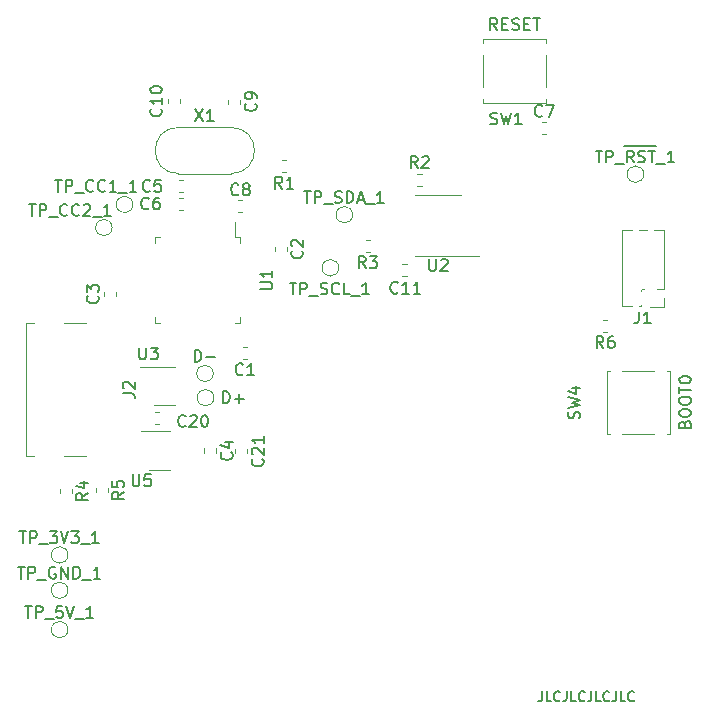
<source format=gbr>
%TF.GenerationSoftware,KiCad,Pcbnew,5.1.6-1*%
%TF.CreationDate,2020-09-26T18:39:16+00:00*%
%TF.ProjectId,bigbutton,62696762-7574-4746-9f6e-2e6b69636164,rev?*%
%TF.SameCoordinates,Original*%
%TF.FileFunction,Legend,Top*%
%TF.FilePolarity,Positive*%
%FSLAX46Y46*%
G04 Gerber Fmt 4.6, Leading zero omitted, Abs format (unit mm)*
G04 Created by KiCad (PCBNEW 5.1.6-1) date 2020-09-26 18:39:16*
%MOMM*%
%LPD*%
G01*
G04 APERTURE LIST*
%ADD10C,0.152400*%
%ADD11C,0.120000*%
%ADD12C,0.150000*%
G04 APERTURE END LIST*
D10*
X120845638Y-130554895D02*
X120845638Y-131135466D01*
X120806933Y-131251580D01*
X120729523Y-131328990D01*
X120613409Y-131367695D01*
X120536000Y-131367695D01*
X121619733Y-131367695D02*
X121232685Y-131367695D01*
X121232685Y-130554895D01*
X122355123Y-131290285D02*
X122316419Y-131328990D01*
X122200304Y-131367695D01*
X122122895Y-131367695D01*
X122006780Y-131328990D01*
X121929371Y-131251580D01*
X121890666Y-131174171D01*
X121851961Y-131019352D01*
X121851961Y-130903238D01*
X121890666Y-130748419D01*
X121929371Y-130671009D01*
X122006780Y-130593600D01*
X122122895Y-130554895D01*
X122200304Y-130554895D01*
X122316419Y-130593600D01*
X122355123Y-130632304D01*
X122935695Y-130554895D02*
X122935695Y-131135466D01*
X122896990Y-131251580D01*
X122819580Y-131328990D01*
X122703466Y-131367695D01*
X122626057Y-131367695D01*
X123709790Y-131367695D02*
X123322742Y-131367695D01*
X123322742Y-130554895D01*
X124445180Y-131290285D02*
X124406476Y-131328990D01*
X124290361Y-131367695D01*
X124212952Y-131367695D01*
X124096838Y-131328990D01*
X124019428Y-131251580D01*
X123980723Y-131174171D01*
X123942019Y-131019352D01*
X123942019Y-130903238D01*
X123980723Y-130748419D01*
X124019428Y-130671009D01*
X124096838Y-130593600D01*
X124212952Y-130554895D01*
X124290361Y-130554895D01*
X124406476Y-130593600D01*
X124445180Y-130632304D01*
X125025752Y-130554895D02*
X125025752Y-131135466D01*
X124987047Y-131251580D01*
X124909638Y-131328990D01*
X124793523Y-131367695D01*
X124716114Y-131367695D01*
X125799847Y-131367695D02*
X125412800Y-131367695D01*
X125412800Y-130554895D01*
X126535238Y-131290285D02*
X126496533Y-131328990D01*
X126380419Y-131367695D01*
X126303009Y-131367695D01*
X126186895Y-131328990D01*
X126109485Y-131251580D01*
X126070780Y-131174171D01*
X126032076Y-131019352D01*
X126032076Y-130903238D01*
X126070780Y-130748419D01*
X126109485Y-130671009D01*
X126186895Y-130593600D01*
X126303009Y-130554895D01*
X126380419Y-130554895D01*
X126496533Y-130593600D01*
X126535238Y-130632304D01*
X127115809Y-130554895D02*
X127115809Y-131135466D01*
X127077104Y-131251580D01*
X126999695Y-131328990D01*
X126883580Y-131367695D01*
X126806171Y-131367695D01*
X127889904Y-131367695D02*
X127502857Y-131367695D01*
X127502857Y-130554895D01*
X128625295Y-131290285D02*
X128586590Y-131328990D01*
X128470476Y-131367695D01*
X128393066Y-131367695D01*
X128276952Y-131328990D01*
X128199542Y-131251580D01*
X128160838Y-131174171D01*
X128122133Y-131019352D01*
X128122133Y-130903238D01*
X128160838Y-130748419D01*
X128199542Y-130671009D01*
X128276952Y-130593600D01*
X128393066Y-130554895D01*
X128470476Y-130554895D01*
X128586590Y-130593600D01*
X128625295Y-130632304D01*
D11*
%TO.C,SW4*%
X126300000Y-103400000D02*
X126300000Y-108800000D01*
X131700000Y-108800000D02*
X131700000Y-103400000D01*
X130350000Y-108800000D02*
X127650000Y-108800000D01*
X130350000Y-103400000D02*
X127650000Y-103400000D01*
X131700000Y-103400000D02*
X131400000Y-103400000D01*
X126300000Y-103400000D02*
X126600000Y-103400000D01*
X126600000Y-108800000D02*
X126300000Y-108800000D01*
X131700000Y-108800000D02*
X131400000Y-108800000D01*
%TO.C,R6*%
X126371267Y-99090000D02*
X126028733Y-99090000D01*
X126371267Y-100110000D02*
X126028733Y-100110000D01*
%TO.C,J2*%
X82246200Y-99380000D02*
X80366200Y-99380000D01*
X80366200Y-110620000D02*
X82246200Y-110620000D01*
X77866200Y-110620000D02*
X77191200Y-110620000D01*
X77191200Y-99380000D02*
X77866200Y-99380000D01*
X77191200Y-99380000D02*
X77191200Y-110620000D01*
%TO.C,C2*%
X99214400Y-92919733D02*
X99214400Y-93262267D01*
X98194400Y-92919733D02*
X98194400Y-93262267D01*
%TO.C,X1*%
X90039000Y-82809800D02*
X94539000Y-82809800D01*
X90039000Y-86709800D02*
X94539000Y-86709800D01*
X94539000Y-86709800D02*
G75*
G03*
X94539000Y-82809800I0J1950000D01*
G01*
X90039000Y-86709800D02*
G75*
G02*
X90039000Y-82809800I0J1950000D01*
G01*
%TO.C,J1*%
X131127200Y-91481600D02*
X130304730Y-91481600D01*
X128419670Y-91481600D02*
X127597200Y-91481600D01*
X129689670Y-91481600D02*
X129034730Y-91481600D01*
X131127200Y-96496600D02*
X131127200Y-91481600D01*
X127597200Y-97951600D02*
X127597200Y-91481600D01*
X131127200Y-96496600D02*
X130560671Y-96496600D01*
X129433729Y-96496600D02*
X129290671Y-96496600D01*
X129237200Y-96550071D02*
X129237200Y-96693129D01*
X129237200Y-97820071D02*
X129237200Y-97951600D01*
X129237200Y-97951600D02*
X129034730Y-97951600D01*
X128419670Y-97951600D02*
X127597200Y-97951600D01*
X131127200Y-97256600D02*
X131127200Y-98016600D01*
X131127200Y-98016600D02*
X129997200Y-98016600D01*
%TO.C,U5*%
X87542800Y-111769800D02*
X89342800Y-111769800D01*
X89342800Y-108549800D02*
X86892800Y-108549800D01*
%TO.C,U3*%
X87949200Y-106308800D02*
X89749200Y-106308800D01*
X89749200Y-103088800D02*
X86799200Y-103088800D01*
%TO.C,U2*%
X112039400Y-88549800D02*
X110089400Y-88549800D01*
X112039400Y-88549800D02*
X113989400Y-88549800D01*
X112039400Y-93669800D02*
X110089400Y-93669800D01*
X112039400Y-93669800D02*
X115489400Y-93669800D01*
%TO.C,U1*%
X88084000Y-98892600D02*
X88084000Y-99342600D01*
X88084000Y-99342600D02*
X88534000Y-99342600D01*
X88084000Y-92572600D02*
X88084000Y-92122600D01*
X88084000Y-92122600D02*
X88534000Y-92122600D01*
X95304000Y-98892600D02*
X95304000Y-99342600D01*
X95304000Y-99342600D02*
X94854000Y-99342600D01*
X95304000Y-92572600D02*
X95304000Y-92122600D01*
X95304000Y-92122600D02*
X94854000Y-92122600D01*
X94854000Y-92122600D02*
X94854000Y-90832600D01*
%TO.C,TP_~RST~_1*%
X129452600Y-86766400D02*
G75*
G03*
X129452600Y-86766400I-700000J0D01*
G01*
%TO.C,TP_SDA_1*%
X104800000Y-90200000D02*
G75*
G03*
X104800000Y-90200000I-700000J0D01*
G01*
%TO.C,TP_SCL_1*%
X103620800Y-94691200D02*
G75*
G03*
X103620800Y-94691200I-700000J0D01*
G01*
%TO.C,TP_GND_1*%
X80700000Y-122000000D02*
G75*
G03*
X80700000Y-122000000I-700000J0D01*
G01*
%TO.C,D-*%
X93003600Y-103632000D02*
G75*
G03*
X93003600Y-103632000I-700000J0D01*
G01*
%TO.C,D+*%
X93054400Y-105689400D02*
G75*
G03*
X93054400Y-105689400I-700000J0D01*
G01*
%TO.C,TP_CC2_1*%
X84443800Y-91287600D02*
G75*
G03*
X84443800Y-91287600I-700000J0D01*
G01*
%TO.C,TP_CC1_1*%
X86196400Y-89331800D02*
G75*
G03*
X86196400Y-89331800I-700000J0D01*
G01*
%TO.C,TP_5V_1*%
X80700000Y-125323600D02*
G75*
G03*
X80700000Y-125323600I-700000J0D01*
G01*
%TO.C,TP_3V3_1*%
X80700000Y-119000000D02*
G75*
G03*
X80700000Y-119000000I-700000J0D01*
G01*
%TO.C,SW1*%
X121216400Y-75328800D02*
X121216400Y-75628800D01*
X121216400Y-80428800D02*
X121216400Y-80728800D01*
X115816400Y-80728800D02*
X115816400Y-80428800D01*
X115816400Y-75328800D02*
X115816400Y-75628800D01*
X115816400Y-76678800D02*
X115816400Y-79378800D01*
X121216400Y-76678800D02*
X121216400Y-79378800D01*
X121216400Y-75328800D02*
X115816400Y-75328800D01*
X115816400Y-80728800D02*
X121216400Y-80728800D01*
%TO.C,R5*%
X84076000Y-113315933D02*
X84076000Y-113658467D01*
X83056000Y-113315933D02*
X83056000Y-113658467D01*
%TO.C,R4*%
X81028000Y-113417533D02*
X81028000Y-113760067D01*
X80008000Y-113417533D02*
X80008000Y-113760067D01*
%TO.C,R3*%
X106241667Y-93347000D02*
X105899133Y-93347000D01*
X106241667Y-92327000D02*
X105899133Y-92327000D01*
%TO.C,R2*%
X110635867Y-87733600D02*
X110293333Y-87733600D01*
X110635867Y-86713600D02*
X110293333Y-86713600D01*
%TO.C,R1*%
X99180467Y-86616000D02*
X98837933Y-86616000D01*
X99180467Y-85596000D02*
X98837933Y-85596000D01*
%TO.C,C21*%
X95887000Y-110064733D02*
X95887000Y-110407267D01*
X94867000Y-110064733D02*
X94867000Y-110407267D01*
%TO.C,C20*%
X88068333Y-107926600D02*
X88410867Y-107926600D01*
X88068333Y-106906600D02*
X88410867Y-106906600D01*
%TO.C,C11*%
X109023333Y-94333600D02*
X109365867Y-94333600D01*
X109023333Y-95353600D02*
X109365867Y-95353600D01*
%TO.C,C10*%
X90197400Y-80397533D02*
X90197400Y-80740067D01*
X89177400Y-80397533D02*
X89177400Y-80740067D01*
%TO.C,C9*%
X95302800Y-80448333D02*
X95302800Y-80790867D01*
X94282800Y-80448333D02*
X94282800Y-80790867D01*
%TO.C,C8*%
X95472067Y-89943400D02*
X95129533Y-89943400D01*
X95472067Y-88923400D02*
X95129533Y-88923400D01*
%TO.C,C7*%
X120845733Y-82370200D02*
X121188267Y-82370200D01*
X120845733Y-83390200D02*
X121188267Y-83390200D01*
%TO.C,C6*%
X90078733Y-88790000D02*
X90421267Y-88790000D01*
X90078733Y-89810000D02*
X90421267Y-89810000D01*
%TO.C,C5*%
X90078733Y-87290000D02*
X90421267Y-87290000D01*
X90078733Y-88310000D02*
X90421267Y-88310000D01*
%TO.C,C4*%
X93270800Y-109988533D02*
X93270800Y-110331067D01*
X92250800Y-109988533D02*
X92250800Y-110331067D01*
%TO.C,C3*%
X83767200Y-97072267D02*
X83767200Y-96729733D01*
X84787200Y-97072267D02*
X84787200Y-96729733D01*
%TO.C,C1*%
X95853067Y-102414800D02*
X95510533Y-102414800D01*
X95853067Y-101394800D02*
X95510533Y-101394800D01*
%TO.C,SW4*%
D12*
X124004761Y-107433333D02*
X124052380Y-107290476D01*
X124052380Y-107052380D01*
X124004761Y-106957142D01*
X123957142Y-106909523D01*
X123861904Y-106861904D01*
X123766666Y-106861904D01*
X123671428Y-106909523D01*
X123623809Y-106957142D01*
X123576190Y-107052380D01*
X123528571Y-107242857D01*
X123480952Y-107338095D01*
X123433333Y-107385714D01*
X123338095Y-107433333D01*
X123242857Y-107433333D01*
X123147619Y-107385714D01*
X123100000Y-107338095D01*
X123052380Y-107242857D01*
X123052380Y-107004761D01*
X123100000Y-106861904D01*
X123052380Y-106528571D02*
X124052380Y-106290476D01*
X123338095Y-106100000D01*
X124052380Y-105909523D01*
X123052380Y-105671428D01*
X123385714Y-104861904D02*
X124052380Y-104861904D01*
X123004761Y-105100000D02*
X123719047Y-105338095D01*
X123719047Y-104719047D01*
X132928571Y-107933333D02*
X132976190Y-107790476D01*
X133023809Y-107742857D01*
X133119047Y-107695238D01*
X133261904Y-107695238D01*
X133357142Y-107742857D01*
X133404761Y-107790476D01*
X133452380Y-107885714D01*
X133452380Y-108266666D01*
X132452380Y-108266666D01*
X132452380Y-107933333D01*
X132500000Y-107838095D01*
X132547619Y-107790476D01*
X132642857Y-107742857D01*
X132738095Y-107742857D01*
X132833333Y-107790476D01*
X132880952Y-107838095D01*
X132928571Y-107933333D01*
X132928571Y-108266666D01*
X132452380Y-107076190D02*
X132452380Y-106885714D01*
X132500000Y-106790476D01*
X132595238Y-106695238D01*
X132785714Y-106647619D01*
X133119047Y-106647619D01*
X133309523Y-106695238D01*
X133404761Y-106790476D01*
X133452380Y-106885714D01*
X133452380Y-107076190D01*
X133404761Y-107171428D01*
X133309523Y-107266666D01*
X133119047Y-107314285D01*
X132785714Y-107314285D01*
X132595238Y-107266666D01*
X132500000Y-107171428D01*
X132452380Y-107076190D01*
X132452380Y-106028571D02*
X132452380Y-105838095D01*
X132500000Y-105742857D01*
X132595238Y-105647619D01*
X132785714Y-105600000D01*
X133119047Y-105600000D01*
X133309523Y-105647619D01*
X133404761Y-105742857D01*
X133452380Y-105838095D01*
X133452380Y-106028571D01*
X133404761Y-106123809D01*
X133309523Y-106219047D01*
X133119047Y-106266666D01*
X132785714Y-106266666D01*
X132595238Y-106219047D01*
X132500000Y-106123809D01*
X132452380Y-106028571D01*
X132452380Y-105314285D02*
X132452380Y-104742857D01*
X133452380Y-105028571D02*
X132452380Y-105028571D01*
X132452380Y-104219047D02*
X132452380Y-104123809D01*
X132500000Y-104028571D01*
X132547619Y-103980952D01*
X132642857Y-103933333D01*
X132833333Y-103885714D01*
X133071428Y-103885714D01*
X133261904Y-103933333D01*
X133357142Y-103980952D01*
X133404761Y-104028571D01*
X133452380Y-104123809D01*
X133452380Y-104219047D01*
X133404761Y-104314285D01*
X133357142Y-104361904D01*
X133261904Y-104409523D01*
X133071428Y-104457142D01*
X132833333Y-104457142D01*
X132642857Y-104409523D01*
X132547619Y-104361904D01*
X132500000Y-104314285D01*
X132452380Y-104219047D01*
%TO.C,R6*%
X126033333Y-101482380D02*
X125700000Y-101006190D01*
X125461904Y-101482380D02*
X125461904Y-100482380D01*
X125842857Y-100482380D01*
X125938095Y-100530000D01*
X125985714Y-100577619D01*
X126033333Y-100672857D01*
X126033333Y-100815714D01*
X125985714Y-100910952D01*
X125938095Y-100958571D01*
X125842857Y-101006190D01*
X125461904Y-101006190D01*
X126890476Y-100482380D02*
X126700000Y-100482380D01*
X126604761Y-100530000D01*
X126557142Y-100577619D01*
X126461904Y-100720476D01*
X126414285Y-100910952D01*
X126414285Y-101291904D01*
X126461904Y-101387142D01*
X126509523Y-101434761D01*
X126604761Y-101482380D01*
X126795238Y-101482380D01*
X126890476Y-101434761D01*
X126938095Y-101387142D01*
X126985714Y-101291904D01*
X126985714Y-101053809D01*
X126938095Y-100958571D01*
X126890476Y-100910952D01*
X126795238Y-100863333D01*
X126604761Y-100863333D01*
X126509523Y-100910952D01*
X126461904Y-100958571D01*
X126414285Y-101053809D01*
%TO.C,J2*%
X85338580Y-105333333D02*
X86052866Y-105333333D01*
X86195723Y-105380952D01*
X86290961Y-105476190D01*
X86338580Y-105619047D01*
X86338580Y-105714285D01*
X85433819Y-104904761D02*
X85386200Y-104857142D01*
X85338580Y-104761904D01*
X85338580Y-104523809D01*
X85386200Y-104428571D01*
X85433819Y-104380952D01*
X85529057Y-104333333D01*
X85624295Y-104333333D01*
X85767152Y-104380952D01*
X86338580Y-104952380D01*
X86338580Y-104333333D01*
%TO.C,C2*%
X100491542Y-93257666D02*
X100539161Y-93305285D01*
X100586780Y-93448142D01*
X100586780Y-93543380D01*
X100539161Y-93686238D01*
X100443923Y-93781476D01*
X100348685Y-93829095D01*
X100158209Y-93876714D01*
X100015352Y-93876714D01*
X99824876Y-93829095D01*
X99729638Y-93781476D01*
X99634400Y-93686238D01*
X99586780Y-93543380D01*
X99586780Y-93448142D01*
X99634400Y-93305285D01*
X99682019Y-93257666D01*
X99682019Y-92876714D02*
X99634400Y-92829095D01*
X99586780Y-92733857D01*
X99586780Y-92495761D01*
X99634400Y-92400523D01*
X99682019Y-92352904D01*
X99777257Y-92305285D01*
X99872495Y-92305285D01*
X100015352Y-92352904D01*
X100586780Y-92924333D01*
X100586780Y-92305285D01*
%TO.C,X1*%
X91479476Y-81262180D02*
X92146142Y-82262180D01*
X92146142Y-81262180D02*
X91479476Y-82262180D01*
X93050904Y-82262180D02*
X92479476Y-82262180D01*
X92765190Y-82262180D02*
X92765190Y-81262180D01*
X92669952Y-81405038D01*
X92574714Y-81500276D01*
X92479476Y-81547895D01*
%TO.C,J1*%
X129028866Y-98403980D02*
X129028866Y-99118266D01*
X128981247Y-99261123D01*
X128886009Y-99356361D01*
X128743152Y-99403980D01*
X128647914Y-99403980D01*
X130028866Y-99403980D02*
X129457438Y-99403980D01*
X129743152Y-99403980D02*
X129743152Y-98403980D01*
X129647914Y-98546838D01*
X129552676Y-98642076D01*
X129457438Y-98689695D01*
%TO.C,U5*%
X86182295Y-112177580D02*
X86182295Y-112987104D01*
X86229914Y-113082342D01*
X86277533Y-113129961D01*
X86372771Y-113177580D01*
X86563247Y-113177580D01*
X86658485Y-113129961D01*
X86706104Y-113082342D01*
X86753723Y-112987104D01*
X86753723Y-112177580D01*
X87706104Y-112177580D02*
X87229914Y-112177580D01*
X87182295Y-112653771D01*
X87229914Y-112606152D01*
X87325152Y-112558533D01*
X87563247Y-112558533D01*
X87658485Y-112606152D01*
X87706104Y-112653771D01*
X87753723Y-112749009D01*
X87753723Y-112987104D01*
X87706104Y-113082342D01*
X87658485Y-113129961D01*
X87563247Y-113177580D01*
X87325152Y-113177580D01*
X87229914Y-113129961D01*
X87182295Y-113082342D01*
%TO.C,U3*%
X86738095Y-101452380D02*
X86738095Y-102261904D01*
X86785714Y-102357142D01*
X86833333Y-102404761D01*
X86928571Y-102452380D01*
X87119047Y-102452380D01*
X87214285Y-102404761D01*
X87261904Y-102357142D01*
X87309523Y-102261904D01*
X87309523Y-101452380D01*
X87690476Y-101452380D02*
X88309523Y-101452380D01*
X87976190Y-101833333D01*
X88119047Y-101833333D01*
X88214285Y-101880952D01*
X88261904Y-101928571D01*
X88309523Y-102023809D01*
X88309523Y-102261904D01*
X88261904Y-102357142D01*
X88214285Y-102404761D01*
X88119047Y-102452380D01*
X87833333Y-102452380D01*
X87738095Y-102404761D01*
X87690476Y-102357142D01*
%TO.C,U2*%
X111277495Y-93962180D02*
X111277495Y-94771704D01*
X111325114Y-94866942D01*
X111372733Y-94914561D01*
X111467971Y-94962180D01*
X111658447Y-94962180D01*
X111753685Y-94914561D01*
X111801304Y-94866942D01*
X111848923Y-94771704D01*
X111848923Y-93962180D01*
X112277495Y-94057419D02*
X112325114Y-94009800D01*
X112420352Y-93962180D01*
X112658447Y-93962180D01*
X112753685Y-94009800D01*
X112801304Y-94057419D01*
X112848923Y-94152657D01*
X112848923Y-94247895D01*
X112801304Y-94390752D01*
X112229876Y-94962180D01*
X112848923Y-94962180D01*
%TO.C,U1*%
X96996380Y-96494504D02*
X97805904Y-96494504D01*
X97901142Y-96446885D01*
X97948761Y-96399266D01*
X97996380Y-96304028D01*
X97996380Y-96113552D01*
X97948761Y-96018314D01*
X97901142Y-95970695D01*
X97805904Y-95923076D01*
X96996380Y-95923076D01*
X97996380Y-94923076D02*
X97996380Y-95494504D01*
X97996380Y-95208790D02*
X96996380Y-95208790D01*
X97139238Y-95304028D01*
X97234476Y-95399266D01*
X97282095Y-95494504D01*
%TO.C,TP_~RST~_1*%
X125371647Y-84770780D02*
X125943076Y-84770780D01*
X125657361Y-85770780D02*
X125657361Y-84770780D01*
X126276409Y-85770780D02*
X126276409Y-84770780D01*
X126657361Y-84770780D01*
X126752600Y-84818400D01*
X126800219Y-84866019D01*
X126847838Y-84961257D01*
X126847838Y-85104114D01*
X126800219Y-85199352D01*
X126752600Y-85246971D01*
X126657361Y-85294590D01*
X126276409Y-85294590D01*
X127038314Y-85866019D02*
X127800219Y-85866019D01*
X127800219Y-84403400D02*
X128800219Y-84403400D01*
X128609742Y-85770780D02*
X128276409Y-85294590D01*
X128038314Y-85770780D02*
X128038314Y-84770780D01*
X128419266Y-84770780D01*
X128514504Y-84818400D01*
X128562123Y-84866019D01*
X128609742Y-84961257D01*
X128609742Y-85104114D01*
X128562123Y-85199352D01*
X128514504Y-85246971D01*
X128419266Y-85294590D01*
X128038314Y-85294590D01*
X128800219Y-84403400D02*
X129752600Y-84403400D01*
X128990695Y-85723161D02*
X129133552Y-85770780D01*
X129371647Y-85770780D01*
X129466885Y-85723161D01*
X129514504Y-85675542D01*
X129562123Y-85580304D01*
X129562123Y-85485066D01*
X129514504Y-85389828D01*
X129466885Y-85342209D01*
X129371647Y-85294590D01*
X129181171Y-85246971D01*
X129085933Y-85199352D01*
X129038314Y-85151733D01*
X128990695Y-85056495D01*
X128990695Y-84961257D01*
X129038314Y-84866019D01*
X129085933Y-84818400D01*
X129181171Y-84770780D01*
X129419266Y-84770780D01*
X129562123Y-84818400D01*
X129752600Y-84403400D02*
X130514504Y-84403400D01*
X129847838Y-84770780D02*
X130419266Y-84770780D01*
X130133552Y-85770780D02*
X130133552Y-84770780D01*
X130514504Y-85866019D02*
X131276409Y-85866019D01*
X132038314Y-85770780D02*
X131466885Y-85770780D01*
X131752600Y-85770780D02*
X131752600Y-84770780D01*
X131657361Y-84913638D01*
X131562123Y-85008876D01*
X131466885Y-85056495D01*
%TO.C,TP_SDA_1*%
X100671428Y-88204380D02*
X101242857Y-88204380D01*
X100957142Y-89204380D02*
X100957142Y-88204380D01*
X101576190Y-89204380D02*
X101576190Y-88204380D01*
X101957142Y-88204380D01*
X102052380Y-88252000D01*
X102100000Y-88299619D01*
X102147619Y-88394857D01*
X102147619Y-88537714D01*
X102100000Y-88632952D01*
X102052380Y-88680571D01*
X101957142Y-88728190D01*
X101576190Y-88728190D01*
X102338095Y-89299619D02*
X103100000Y-89299619D01*
X103290476Y-89156761D02*
X103433333Y-89204380D01*
X103671428Y-89204380D01*
X103766666Y-89156761D01*
X103814285Y-89109142D01*
X103861904Y-89013904D01*
X103861904Y-88918666D01*
X103814285Y-88823428D01*
X103766666Y-88775809D01*
X103671428Y-88728190D01*
X103480952Y-88680571D01*
X103385714Y-88632952D01*
X103338095Y-88585333D01*
X103290476Y-88490095D01*
X103290476Y-88394857D01*
X103338095Y-88299619D01*
X103385714Y-88252000D01*
X103480952Y-88204380D01*
X103719047Y-88204380D01*
X103861904Y-88252000D01*
X104290476Y-89204380D02*
X104290476Y-88204380D01*
X104528571Y-88204380D01*
X104671428Y-88252000D01*
X104766666Y-88347238D01*
X104814285Y-88442476D01*
X104861904Y-88632952D01*
X104861904Y-88775809D01*
X104814285Y-88966285D01*
X104766666Y-89061523D01*
X104671428Y-89156761D01*
X104528571Y-89204380D01*
X104290476Y-89204380D01*
X105242857Y-88918666D02*
X105719047Y-88918666D01*
X105147619Y-89204380D02*
X105480952Y-88204380D01*
X105814285Y-89204380D01*
X105909523Y-89299619D02*
X106671428Y-89299619D01*
X107433333Y-89204380D02*
X106861904Y-89204380D01*
X107147619Y-89204380D02*
X107147619Y-88204380D01*
X107052380Y-88347238D01*
X106957142Y-88442476D01*
X106861904Y-88490095D01*
%TO.C,TP_SCL_1*%
X99465238Y-95946980D02*
X100036666Y-95946980D01*
X99750952Y-96946980D02*
X99750952Y-95946980D01*
X100370000Y-96946980D02*
X100370000Y-95946980D01*
X100750952Y-95946980D01*
X100846190Y-95994600D01*
X100893809Y-96042219D01*
X100941428Y-96137457D01*
X100941428Y-96280314D01*
X100893809Y-96375552D01*
X100846190Y-96423171D01*
X100750952Y-96470790D01*
X100370000Y-96470790D01*
X101131904Y-97042219D02*
X101893809Y-97042219D01*
X102084285Y-96899361D02*
X102227142Y-96946980D01*
X102465238Y-96946980D01*
X102560476Y-96899361D01*
X102608095Y-96851742D01*
X102655714Y-96756504D01*
X102655714Y-96661266D01*
X102608095Y-96566028D01*
X102560476Y-96518409D01*
X102465238Y-96470790D01*
X102274761Y-96423171D01*
X102179523Y-96375552D01*
X102131904Y-96327933D01*
X102084285Y-96232695D01*
X102084285Y-96137457D01*
X102131904Y-96042219D01*
X102179523Y-95994600D01*
X102274761Y-95946980D01*
X102512857Y-95946980D01*
X102655714Y-95994600D01*
X103655714Y-96851742D02*
X103608095Y-96899361D01*
X103465238Y-96946980D01*
X103370000Y-96946980D01*
X103227142Y-96899361D01*
X103131904Y-96804123D01*
X103084285Y-96708885D01*
X103036666Y-96518409D01*
X103036666Y-96375552D01*
X103084285Y-96185076D01*
X103131904Y-96089838D01*
X103227142Y-95994600D01*
X103370000Y-95946980D01*
X103465238Y-95946980D01*
X103608095Y-95994600D01*
X103655714Y-96042219D01*
X104560476Y-96946980D02*
X104084285Y-96946980D01*
X104084285Y-95946980D01*
X104655714Y-97042219D02*
X105417619Y-97042219D01*
X106179523Y-96946980D02*
X105608095Y-96946980D01*
X105893809Y-96946980D02*
X105893809Y-95946980D01*
X105798571Y-96089838D01*
X105703333Y-96185076D01*
X105608095Y-96232695D01*
%TO.C,TP_GND_1*%
X76452380Y-120004380D02*
X77023809Y-120004380D01*
X76738095Y-121004380D02*
X76738095Y-120004380D01*
X77357142Y-121004380D02*
X77357142Y-120004380D01*
X77738095Y-120004380D01*
X77833333Y-120052000D01*
X77880952Y-120099619D01*
X77928571Y-120194857D01*
X77928571Y-120337714D01*
X77880952Y-120432952D01*
X77833333Y-120480571D01*
X77738095Y-120528190D01*
X77357142Y-120528190D01*
X78119047Y-121099619D02*
X78880952Y-121099619D01*
X79642857Y-120052000D02*
X79547619Y-120004380D01*
X79404761Y-120004380D01*
X79261904Y-120052000D01*
X79166666Y-120147238D01*
X79119047Y-120242476D01*
X79071428Y-120432952D01*
X79071428Y-120575809D01*
X79119047Y-120766285D01*
X79166666Y-120861523D01*
X79261904Y-120956761D01*
X79404761Y-121004380D01*
X79500000Y-121004380D01*
X79642857Y-120956761D01*
X79690476Y-120909142D01*
X79690476Y-120575809D01*
X79500000Y-120575809D01*
X80119047Y-121004380D02*
X80119047Y-120004380D01*
X80690476Y-121004380D01*
X80690476Y-120004380D01*
X81166666Y-121004380D02*
X81166666Y-120004380D01*
X81404761Y-120004380D01*
X81547619Y-120052000D01*
X81642857Y-120147238D01*
X81690476Y-120242476D01*
X81738095Y-120432952D01*
X81738095Y-120575809D01*
X81690476Y-120766285D01*
X81642857Y-120861523D01*
X81547619Y-120956761D01*
X81404761Y-121004380D01*
X81166666Y-121004380D01*
X81928571Y-121099619D02*
X82690476Y-121099619D01*
X83452380Y-121004380D02*
X82880952Y-121004380D01*
X83166666Y-121004380D02*
X83166666Y-120004380D01*
X83071428Y-120147238D01*
X82976190Y-120242476D01*
X82880952Y-120290095D01*
%TO.C,D-*%
X91422647Y-102636380D02*
X91422647Y-101636380D01*
X91660742Y-101636380D01*
X91803600Y-101684000D01*
X91898838Y-101779238D01*
X91946457Y-101874476D01*
X91994076Y-102064952D01*
X91994076Y-102207809D01*
X91946457Y-102398285D01*
X91898838Y-102493523D01*
X91803600Y-102588761D01*
X91660742Y-102636380D01*
X91422647Y-102636380D01*
X92422647Y-102255428D02*
X93184552Y-102255428D01*
%TO.C,D+*%
X93819047Y-106152380D02*
X93819047Y-105152380D01*
X94057142Y-105152380D01*
X94200000Y-105200000D01*
X94295238Y-105295238D01*
X94342857Y-105390476D01*
X94390476Y-105580952D01*
X94390476Y-105723809D01*
X94342857Y-105914285D01*
X94295238Y-106009523D01*
X94200000Y-106104761D01*
X94057142Y-106152380D01*
X93819047Y-106152380D01*
X94819047Y-105771428D02*
X95580952Y-105771428D01*
X95200000Y-106152380D02*
X95200000Y-105390476D01*
%TO.C,TP_CC2_1*%
X77400000Y-89291980D02*
X77971428Y-89291980D01*
X77685714Y-90291980D02*
X77685714Y-89291980D01*
X78304761Y-90291980D02*
X78304761Y-89291980D01*
X78685714Y-89291980D01*
X78780952Y-89339600D01*
X78828571Y-89387219D01*
X78876190Y-89482457D01*
X78876190Y-89625314D01*
X78828571Y-89720552D01*
X78780952Y-89768171D01*
X78685714Y-89815790D01*
X78304761Y-89815790D01*
X79066666Y-90387219D02*
X79828571Y-90387219D01*
X80638095Y-90196742D02*
X80590476Y-90244361D01*
X80447619Y-90291980D01*
X80352380Y-90291980D01*
X80209523Y-90244361D01*
X80114285Y-90149123D01*
X80066666Y-90053885D01*
X80019047Y-89863409D01*
X80019047Y-89720552D01*
X80066666Y-89530076D01*
X80114285Y-89434838D01*
X80209523Y-89339600D01*
X80352380Y-89291980D01*
X80447619Y-89291980D01*
X80590476Y-89339600D01*
X80638095Y-89387219D01*
X81638095Y-90196742D02*
X81590476Y-90244361D01*
X81447619Y-90291980D01*
X81352380Y-90291980D01*
X81209523Y-90244361D01*
X81114285Y-90149123D01*
X81066666Y-90053885D01*
X81019047Y-89863409D01*
X81019047Y-89720552D01*
X81066666Y-89530076D01*
X81114285Y-89434838D01*
X81209523Y-89339600D01*
X81352380Y-89291980D01*
X81447619Y-89291980D01*
X81590476Y-89339600D01*
X81638095Y-89387219D01*
X82019047Y-89387219D02*
X82066666Y-89339600D01*
X82161904Y-89291980D01*
X82400000Y-89291980D01*
X82495238Y-89339600D01*
X82542857Y-89387219D01*
X82590476Y-89482457D01*
X82590476Y-89577695D01*
X82542857Y-89720552D01*
X81971428Y-90291980D01*
X82590476Y-90291980D01*
X82780952Y-90387219D02*
X83542857Y-90387219D01*
X84304761Y-90291980D02*
X83733333Y-90291980D01*
X84019047Y-90291980D02*
X84019047Y-89291980D01*
X83923809Y-89434838D01*
X83828571Y-89530076D01*
X83733333Y-89577695D01*
%TO.C,TP_CC1_1*%
X79600000Y-87252380D02*
X80171428Y-87252380D01*
X79885714Y-88252380D02*
X79885714Y-87252380D01*
X80504761Y-88252380D02*
X80504761Y-87252380D01*
X80885714Y-87252380D01*
X80980952Y-87300000D01*
X81028571Y-87347619D01*
X81076190Y-87442857D01*
X81076190Y-87585714D01*
X81028571Y-87680952D01*
X80980952Y-87728571D01*
X80885714Y-87776190D01*
X80504761Y-87776190D01*
X81266666Y-88347619D02*
X82028571Y-88347619D01*
X82838095Y-88157142D02*
X82790476Y-88204761D01*
X82647619Y-88252380D01*
X82552380Y-88252380D01*
X82409523Y-88204761D01*
X82314285Y-88109523D01*
X82266666Y-88014285D01*
X82219047Y-87823809D01*
X82219047Y-87680952D01*
X82266666Y-87490476D01*
X82314285Y-87395238D01*
X82409523Y-87300000D01*
X82552380Y-87252380D01*
X82647619Y-87252380D01*
X82790476Y-87300000D01*
X82838095Y-87347619D01*
X83838095Y-88157142D02*
X83790476Y-88204761D01*
X83647619Y-88252380D01*
X83552380Y-88252380D01*
X83409523Y-88204761D01*
X83314285Y-88109523D01*
X83266666Y-88014285D01*
X83219047Y-87823809D01*
X83219047Y-87680952D01*
X83266666Y-87490476D01*
X83314285Y-87395238D01*
X83409523Y-87300000D01*
X83552380Y-87252380D01*
X83647619Y-87252380D01*
X83790476Y-87300000D01*
X83838095Y-87347619D01*
X84790476Y-88252380D02*
X84219047Y-88252380D01*
X84504761Y-88252380D02*
X84504761Y-87252380D01*
X84409523Y-87395238D01*
X84314285Y-87490476D01*
X84219047Y-87538095D01*
X84980952Y-88347619D02*
X85742857Y-88347619D01*
X86504761Y-88252380D02*
X85933333Y-88252380D01*
X86219047Y-88252380D02*
X86219047Y-87252380D01*
X86123809Y-87395238D01*
X86028571Y-87490476D01*
X85933333Y-87538095D01*
%TO.C,TP_5V_1*%
X77071428Y-123327980D02*
X77642857Y-123327980D01*
X77357142Y-124327980D02*
X77357142Y-123327980D01*
X77976190Y-124327980D02*
X77976190Y-123327980D01*
X78357142Y-123327980D01*
X78452380Y-123375600D01*
X78500000Y-123423219D01*
X78547619Y-123518457D01*
X78547619Y-123661314D01*
X78500000Y-123756552D01*
X78452380Y-123804171D01*
X78357142Y-123851790D01*
X77976190Y-123851790D01*
X78738095Y-124423219D02*
X79500000Y-124423219D01*
X80214285Y-123327980D02*
X79738095Y-123327980D01*
X79690476Y-123804171D01*
X79738095Y-123756552D01*
X79833333Y-123708933D01*
X80071428Y-123708933D01*
X80166666Y-123756552D01*
X80214285Y-123804171D01*
X80261904Y-123899409D01*
X80261904Y-124137504D01*
X80214285Y-124232742D01*
X80166666Y-124280361D01*
X80071428Y-124327980D01*
X79833333Y-124327980D01*
X79738095Y-124280361D01*
X79690476Y-124232742D01*
X80547619Y-123327980D02*
X80880952Y-124327980D01*
X81214285Y-123327980D01*
X81309523Y-124423219D02*
X82071428Y-124423219D01*
X82833333Y-124327980D02*
X82261904Y-124327980D01*
X82547619Y-124327980D02*
X82547619Y-123327980D01*
X82452380Y-123470838D01*
X82357142Y-123566076D01*
X82261904Y-123613695D01*
%TO.C,TP_3V3_1*%
X76595238Y-117004380D02*
X77166666Y-117004380D01*
X76880952Y-118004380D02*
X76880952Y-117004380D01*
X77500000Y-118004380D02*
X77500000Y-117004380D01*
X77880952Y-117004380D01*
X77976190Y-117052000D01*
X78023809Y-117099619D01*
X78071428Y-117194857D01*
X78071428Y-117337714D01*
X78023809Y-117432952D01*
X77976190Y-117480571D01*
X77880952Y-117528190D01*
X77500000Y-117528190D01*
X78261904Y-118099619D02*
X79023809Y-118099619D01*
X79166666Y-117004380D02*
X79785714Y-117004380D01*
X79452380Y-117385333D01*
X79595238Y-117385333D01*
X79690476Y-117432952D01*
X79738095Y-117480571D01*
X79785714Y-117575809D01*
X79785714Y-117813904D01*
X79738095Y-117909142D01*
X79690476Y-117956761D01*
X79595238Y-118004380D01*
X79309523Y-118004380D01*
X79214285Y-117956761D01*
X79166666Y-117909142D01*
X80071428Y-117004380D02*
X80404761Y-118004380D01*
X80738095Y-117004380D01*
X80976190Y-117004380D02*
X81595238Y-117004380D01*
X81261904Y-117385333D01*
X81404761Y-117385333D01*
X81500000Y-117432952D01*
X81547619Y-117480571D01*
X81595238Y-117575809D01*
X81595238Y-117813904D01*
X81547619Y-117909142D01*
X81500000Y-117956761D01*
X81404761Y-118004380D01*
X81119047Y-118004380D01*
X81023809Y-117956761D01*
X80976190Y-117909142D01*
X81785714Y-118099619D02*
X82547619Y-118099619D01*
X83309523Y-118004380D02*
X82738095Y-118004380D01*
X83023809Y-118004380D02*
X83023809Y-117004380D01*
X82928571Y-117147238D01*
X82833333Y-117242476D01*
X82738095Y-117290095D01*
%TO.C,SW1*%
X116466666Y-82504761D02*
X116609523Y-82552380D01*
X116847619Y-82552380D01*
X116942857Y-82504761D01*
X116990476Y-82457142D01*
X117038095Y-82361904D01*
X117038095Y-82266666D01*
X116990476Y-82171428D01*
X116942857Y-82123809D01*
X116847619Y-82076190D01*
X116657142Y-82028571D01*
X116561904Y-81980952D01*
X116514285Y-81933333D01*
X116466666Y-81838095D01*
X116466666Y-81742857D01*
X116514285Y-81647619D01*
X116561904Y-81600000D01*
X116657142Y-81552380D01*
X116895238Y-81552380D01*
X117038095Y-81600000D01*
X117371428Y-81552380D02*
X117609523Y-82552380D01*
X117800000Y-81838095D01*
X117990476Y-82552380D01*
X118228571Y-81552380D01*
X119133333Y-82552380D02*
X118561904Y-82552380D01*
X118847619Y-82552380D02*
X118847619Y-81552380D01*
X118752380Y-81695238D01*
X118657142Y-81790476D01*
X118561904Y-81838095D01*
X117047619Y-74552380D02*
X116714285Y-74076190D01*
X116476190Y-74552380D02*
X116476190Y-73552380D01*
X116857142Y-73552380D01*
X116952380Y-73600000D01*
X117000000Y-73647619D01*
X117047619Y-73742857D01*
X117047619Y-73885714D01*
X117000000Y-73980952D01*
X116952380Y-74028571D01*
X116857142Y-74076190D01*
X116476190Y-74076190D01*
X117476190Y-74028571D02*
X117809523Y-74028571D01*
X117952380Y-74552380D02*
X117476190Y-74552380D01*
X117476190Y-73552380D01*
X117952380Y-73552380D01*
X118333333Y-74504761D02*
X118476190Y-74552380D01*
X118714285Y-74552380D01*
X118809523Y-74504761D01*
X118857142Y-74457142D01*
X118904761Y-74361904D01*
X118904761Y-74266666D01*
X118857142Y-74171428D01*
X118809523Y-74123809D01*
X118714285Y-74076190D01*
X118523809Y-74028571D01*
X118428571Y-73980952D01*
X118380952Y-73933333D01*
X118333333Y-73838095D01*
X118333333Y-73742857D01*
X118380952Y-73647619D01*
X118428571Y-73600000D01*
X118523809Y-73552380D01*
X118761904Y-73552380D01*
X118904761Y-73600000D01*
X119333333Y-74028571D02*
X119666666Y-74028571D01*
X119809523Y-74552380D02*
X119333333Y-74552380D01*
X119333333Y-73552380D01*
X119809523Y-73552380D01*
X120095238Y-73552380D02*
X120666666Y-73552380D01*
X120380952Y-74552380D02*
X120380952Y-73552380D01*
%TO.C,R5*%
X85448380Y-113653866D02*
X84972190Y-113987200D01*
X85448380Y-114225295D02*
X84448380Y-114225295D01*
X84448380Y-113844342D01*
X84496000Y-113749104D01*
X84543619Y-113701485D01*
X84638857Y-113653866D01*
X84781714Y-113653866D01*
X84876952Y-113701485D01*
X84924571Y-113749104D01*
X84972190Y-113844342D01*
X84972190Y-114225295D01*
X84448380Y-112749104D02*
X84448380Y-113225295D01*
X84924571Y-113272914D01*
X84876952Y-113225295D01*
X84829333Y-113130057D01*
X84829333Y-112891961D01*
X84876952Y-112796723D01*
X84924571Y-112749104D01*
X85019809Y-112701485D01*
X85257904Y-112701485D01*
X85353142Y-112749104D01*
X85400761Y-112796723D01*
X85448380Y-112891961D01*
X85448380Y-113130057D01*
X85400761Y-113225295D01*
X85353142Y-113272914D01*
%TO.C,R4*%
X82400380Y-113755466D02*
X81924190Y-114088800D01*
X82400380Y-114326895D02*
X81400380Y-114326895D01*
X81400380Y-113945942D01*
X81448000Y-113850704D01*
X81495619Y-113803085D01*
X81590857Y-113755466D01*
X81733714Y-113755466D01*
X81828952Y-113803085D01*
X81876571Y-113850704D01*
X81924190Y-113945942D01*
X81924190Y-114326895D01*
X81733714Y-112898323D02*
X82400380Y-112898323D01*
X81352761Y-113136419D02*
X82067047Y-113374514D01*
X82067047Y-112755466D01*
%TO.C,R3*%
X105903733Y-94719380D02*
X105570400Y-94243190D01*
X105332304Y-94719380D02*
X105332304Y-93719380D01*
X105713257Y-93719380D01*
X105808495Y-93767000D01*
X105856114Y-93814619D01*
X105903733Y-93909857D01*
X105903733Y-94052714D01*
X105856114Y-94147952D01*
X105808495Y-94195571D01*
X105713257Y-94243190D01*
X105332304Y-94243190D01*
X106237066Y-93719380D02*
X106856114Y-93719380D01*
X106522780Y-94100333D01*
X106665638Y-94100333D01*
X106760876Y-94147952D01*
X106808495Y-94195571D01*
X106856114Y-94290809D01*
X106856114Y-94528904D01*
X106808495Y-94624142D01*
X106760876Y-94671761D01*
X106665638Y-94719380D01*
X106379923Y-94719380D01*
X106284685Y-94671761D01*
X106237066Y-94624142D01*
%TO.C,R2*%
X110297933Y-86252380D02*
X109964600Y-85776190D01*
X109726504Y-86252380D02*
X109726504Y-85252380D01*
X110107457Y-85252380D01*
X110202695Y-85300000D01*
X110250314Y-85347619D01*
X110297933Y-85442857D01*
X110297933Y-85585714D01*
X110250314Y-85680952D01*
X110202695Y-85728571D01*
X110107457Y-85776190D01*
X109726504Y-85776190D01*
X110678885Y-85347619D02*
X110726504Y-85300000D01*
X110821742Y-85252380D01*
X111059838Y-85252380D01*
X111155076Y-85300000D01*
X111202695Y-85347619D01*
X111250314Y-85442857D01*
X111250314Y-85538095D01*
X111202695Y-85680952D01*
X110631266Y-86252380D01*
X111250314Y-86252380D01*
%TO.C,R1*%
X98842533Y-87988380D02*
X98509200Y-87512190D01*
X98271104Y-87988380D02*
X98271104Y-86988380D01*
X98652057Y-86988380D01*
X98747295Y-87036000D01*
X98794914Y-87083619D01*
X98842533Y-87178857D01*
X98842533Y-87321714D01*
X98794914Y-87416952D01*
X98747295Y-87464571D01*
X98652057Y-87512190D01*
X98271104Y-87512190D01*
X99794914Y-87988380D02*
X99223485Y-87988380D01*
X99509200Y-87988380D02*
X99509200Y-86988380D01*
X99413961Y-87131238D01*
X99318723Y-87226476D01*
X99223485Y-87274095D01*
%TO.C,C21*%
X97164142Y-110878857D02*
X97211761Y-110926476D01*
X97259380Y-111069333D01*
X97259380Y-111164571D01*
X97211761Y-111307428D01*
X97116523Y-111402666D01*
X97021285Y-111450285D01*
X96830809Y-111497904D01*
X96687952Y-111497904D01*
X96497476Y-111450285D01*
X96402238Y-111402666D01*
X96307000Y-111307428D01*
X96259380Y-111164571D01*
X96259380Y-111069333D01*
X96307000Y-110926476D01*
X96354619Y-110878857D01*
X96354619Y-110497904D02*
X96307000Y-110450285D01*
X96259380Y-110355047D01*
X96259380Y-110116952D01*
X96307000Y-110021714D01*
X96354619Y-109974095D01*
X96449857Y-109926476D01*
X96545095Y-109926476D01*
X96687952Y-109974095D01*
X97259380Y-110545523D01*
X97259380Y-109926476D01*
X97259380Y-108974095D02*
X97259380Y-109545523D01*
X97259380Y-109259809D02*
X96259380Y-109259809D01*
X96402238Y-109355047D01*
X96497476Y-109450285D01*
X96545095Y-109545523D01*
%TO.C,C20*%
X90657142Y-108057142D02*
X90609523Y-108104761D01*
X90466666Y-108152380D01*
X90371428Y-108152380D01*
X90228571Y-108104761D01*
X90133333Y-108009523D01*
X90085714Y-107914285D01*
X90038095Y-107723809D01*
X90038095Y-107580952D01*
X90085714Y-107390476D01*
X90133333Y-107295238D01*
X90228571Y-107200000D01*
X90371428Y-107152380D01*
X90466666Y-107152380D01*
X90609523Y-107200000D01*
X90657142Y-107247619D01*
X91038095Y-107247619D02*
X91085714Y-107200000D01*
X91180952Y-107152380D01*
X91419047Y-107152380D01*
X91514285Y-107200000D01*
X91561904Y-107247619D01*
X91609523Y-107342857D01*
X91609523Y-107438095D01*
X91561904Y-107580952D01*
X90990476Y-108152380D01*
X91609523Y-108152380D01*
X92228571Y-107152380D02*
X92323809Y-107152380D01*
X92419047Y-107200000D01*
X92466666Y-107247619D01*
X92514285Y-107342857D01*
X92561904Y-107533333D01*
X92561904Y-107771428D01*
X92514285Y-107961904D01*
X92466666Y-108057142D01*
X92419047Y-108104761D01*
X92323809Y-108152380D01*
X92228571Y-108152380D01*
X92133333Y-108104761D01*
X92085714Y-108057142D01*
X92038095Y-107961904D01*
X91990476Y-107771428D01*
X91990476Y-107533333D01*
X92038095Y-107342857D01*
X92085714Y-107247619D01*
X92133333Y-107200000D01*
X92228571Y-107152380D01*
%TO.C,C11*%
X108627942Y-96775542D02*
X108580323Y-96823161D01*
X108437466Y-96870780D01*
X108342228Y-96870780D01*
X108199371Y-96823161D01*
X108104133Y-96727923D01*
X108056514Y-96632685D01*
X108008895Y-96442209D01*
X108008895Y-96299352D01*
X108056514Y-96108876D01*
X108104133Y-96013638D01*
X108199371Y-95918400D01*
X108342228Y-95870780D01*
X108437466Y-95870780D01*
X108580323Y-95918400D01*
X108627942Y-95966019D01*
X109580323Y-96870780D02*
X109008895Y-96870780D01*
X109294609Y-96870780D02*
X109294609Y-95870780D01*
X109199371Y-96013638D01*
X109104133Y-96108876D01*
X109008895Y-96156495D01*
X110532704Y-96870780D02*
X109961276Y-96870780D01*
X110246990Y-96870780D02*
X110246990Y-95870780D01*
X110151752Y-96013638D01*
X110056514Y-96108876D01*
X109961276Y-96156495D01*
%TO.C,C10*%
X88571342Y-81237057D02*
X88618961Y-81284676D01*
X88666580Y-81427533D01*
X88666580Y-81522771D01*
X88618961Y-81665628D01*
X88523723Y-81760866D01*
X88428485Y-81808485D01*
X88238009Y-81856104D01*
X88095152Y-81856104D01*
X87904676Y-81808485D01*
X87809438Y-81760866D01*
X87714200Y-81665628D01*
X87666580Y-81522771D01*
X87666580Y-81427533D01*
X87714200Y-81284676D01*
X87761819Y-81237057D01*
X88666580Y-80284676D02*
X88666580Y-80856104D01*
X88666580Y-80570390D02*
X87666580Y-80570390D01*
X87809438Y-80665628D01*
X87904676Y-80760866D01*
X87952295Y-80856104D01*
X87666580Y-79665628D02*
X87666580Y-79570390D01*
X87714200Y-79475152D01*
X87761819Y-79427533D01*
X87857057Y-79379914D01*
X88047533Y-79332295D01*
X88285628Y-79332295D01*
X88476104Y-79379914D01*
X88571342Y-79427533D01*
X88618961Y-79475152D01*
X88666580Y-79570390D01*
X88666580Y-79665628D01*
X88618961Y-79760866D01*
X88571342Y-79808485D01*
X88476104Y-79856104D01*
X88285628Y-79903723D01*
X88047533Y-79903723D01*
X87857057Y-79856104D01*
X87761819Y-79808485D01*
X87714200Y-79760866D01*
X87666580Y-79665628D01*
%TO.C,C9*%
X96579942Y-80786266D02*
X96627561Y-80833885D01*
X96675180Y-80976742D01*
X96675180Y-81071980D01*
X96627561Y-81214838D01*
X96532323Y-81310076D01*
X96437085Y-81357695D01*
X96246609Y-81405314D01*
X96103752Y-81405314D01*
X95913276Y-81357695D01*
X95818038Y-81310076D01*
X95722800Y-81214838D01*
X95675180Y-81071980D01*
X95675180Y-80976742D01*
X95722800Y-80833885D01*
X95770419Y-80786266D01*
X96675180Y-80310076D02*
X96675180Y-80119600D01*
X96627561Y-80024361D01*
X96579942Y-79976742D01*
X96437085Y-79881504D01*
X96246609Y-79833885D01*
X95865657Y-79833885D01*
X95770419Y-79881504D01*
X95722800Y-79929123D01*
X95675180Y-80024361D01*
X95675180Y-80214838D01*
X95722800Y-80310076D01*
X95770419Y-80357695D01*
X95865657Y-80405314D01*
X96103752Y-80405314D01*
X96198990Y-80357695D01*
X96246609Y-80310076D01*
X96294228Y-80214838D01*
X96294228Y-80024361D01*
X96246609Y-79929123D01*
X96198990Y-79881504D01*
X96103752Y-79833885D01*
%TO.C,C8*%
X95133333Y-88457142D02*
X95085714Y-88504761D01*
X94942857Y-88552380D01*
X94847619Y-88552380D01*
X94704761Y-88504761D01*
X94609523Y-88409523D01*
X94561904Y-88314285D01*
X94514285Y-88123809D01*
X94514285Y-87980952D01*
X94561904Y-87790476D01*
X94609523Y-87695238D01*
X94704761Y-87600000D01*
X94847619Y-87552380D01*
X94942857Y-87552380D01*
X95085714Y-87600000D01*
X95133333Y-87647619D01*
X95704761Y-87980952D02*
X95609523Y-87933333D01*
X95561904Y-87885714D01*
X95514285Y-87790476D01*
X95514285Y-87742857D01*
X95561904Y-87647619D01*
X95609523Y-87600000D01*
X95704761Y-87552380D01*
X95895238Y-87552380D01*
X95990476Y-87600000D01*
X96038095Y-87647619D01*
X96085714Y-87742857D01*
X96085714Y-87790476D01*
X96038095Y-87885714D01*
X95990476Y-87933333D01*
X95895238Y-87980952D01*
X95704761Y-87980952D01*
X95609523Y-88028571D01*
X95561904Y-88076190D01*
X95514285Y-88171428D01*
X95514285Y-88361904D01*
X95561904Y-88457142D01*
X95609523Y-88504761D01*
X95704761Y-88552380D01*
X95895238Y-88552380D01*
X95990476Y-88504761D01*
X96038095Y-88457142D01*
X96085714Y-88361904D01*
X96085714Y-88171428D01*
X96038095Y-88076190D01*
X95990476Y-88028571D01*
X95895238Y-87980952D01*
%TO.C,C7*%
X120850333Y-81807342D02*
X120802714Y-81854961D01*
X120659857Y-81902580D01*
X120564619Y-81902580D01*
X120421761Y-81854961D01*
X120326523Y-81759723D01*
X120278904Y-81664485D01*
X120231285Y-81474009D01*
X120231285Y-81331152D01*
X120278904Y-81140676D01*
X120326523Y-81045438D01*
X120421761Y-80950200D01*
X120564619Y-80902580D01*
X120659857Y-80902580D01*
X120802714Y-80950200D01*
X120850333Y-80997819D01*
X121183666Y-80902580D02*
X121850333Y-80902580D01*
X121421761Y-81902580D01*
%TO.C,C6*%
X87533333Y-89657142D02*
X87485714Y-89704761D01*
X87342857Y-89752380D01*
X87247619Y-89752380D01*
X87104761Y-89704761D01*
X87009523Y-89609523D01*
X86961904Y-89514285D01*
X86914285Y-89323809D01*
X86914285Y-89180952D01*
X86961904Y-88990476D01*
X87009523Y-88895238D01*
X87104761Y-88800000D01*
X87247619Y-88752380D01*
X87342857Y-88752380D01*
X87485714Y-88800000D01*
X87533333Y-88847619D01*
X88390476Y-88752380D02*
X88200000Y-88752380D01*
X88104761Y-88800000D01*
X88057142Y-88847619D01*
X87961904Y-88990476D01*
X87914285Y-89180952D01*
X87914285Y-89561904D01*
X87961904Y-89657142D01*
X88009523Y-89704761D01*
X88104761Y-89752380D01*
X88295238Y-89752380D01*
X88390476Y-89704761D01*
X88438095Y-89657142D01*
X88485714Y-89561904D01*
X88485714Y-89323809D01*
X88438095Y-89228571D01*
X88390476Y-89180952D01*
X88295238Y-89133333D01*
X88104761Y-89133333D01*
X88009523Y-89180952D01*
X87961904Y-89228571D01*
X87914285Y-89323809D01*
%TO.C,C5*%
X87633333Y-88157142D02*
X87585714Y-88204761D01*
X87442857Y-88252380D01*
X87347619Y-88252380D01*
X87204761Y-88204761D01*
X87109523Y-88109523D01*
X87061904Y-88014285D01*
X87014285Y-87823809D01*
X87014285Y-87680952D01*
X87061904Y-87490476D01*
X87109523Y-87395238D01*
X87204761Y-87300000D01*
X87347619Y-87252380D01*
X87442857Y-87252380D01*
X87585714Y-87300000D01*
X87633333Y-87347619D01*
X88538095Y-87252380D02*
X88061904Y-87252380D01*
X88014285Y-87728571D01*
X88061904Y-87680952D01*
X88157142Y-87633333D01*
X88395238Y-87633333D01*
X88490476Y-87680952D01*
X88538095Y-87728571D01*
X88585714Y-87823809D01*
X88585714Y-88061904D01*
X88538095Y-88157142D01*
X88490476Y-88204761D01*
X88395238Y-88252380D01*
X88157142Y-88252380D01*
X88061904Y-88204761D01*
X88014285Y-88157142D01*
%TO.C,C4*%
X94547942Y-110326466D02*
X94595561Y-110374085D01*
X94643180Y-110516942D01*
X94643180Y-110612180D01*
X94595561Y-110755038D01*
X94500323Y-110850276D01*
X94405085Y-110897895D01*
X94214609Y-110945514D01*
X94071752Y-110945514D01*
X93881276Y-110897895D01*
X93786038Y-110850276D01*
X93690800Y-110755038D01*
X93643180Y-110612180D01*
X93643180Y-110516942D01*
X93690800Y-110374085D01*
X93738419Y-110326466D01*
X93976514Y-109469323D02*
X94643180Y-109469323D01*
X93595561Y-109707419D02*
X94309847Y-109945514D01*
X94309847Y-109326466D01*
%TO.C,C3*%
X83204342Y-97067666D02*
X83251961Y-97115285D01*
X83299580Y-97258142D01*
X83299580Y-97353380D01*
X83251961Y-97496238D01*
X83156723Y-97591476D01*
X83061485Y-97639095D01*
X82871009Y-97686714D01*
X82728152Y-97686714D01*
X82537676Y-97639095D01*
X82442438Y-97591476D01*
X82347200Y-97496238D01*
X82299580Y-97353380D01*
X82299580Y-97258142D01*
X82347200Y-97115285D01*
X82394819Y-97067666D01*
X82299580Y-96734333D02*
X82299580Y-96115285D01*
X82680533Y-96448619D01*
X82680533Y-96305761D01*
X82728152Y-96210523D01*
X82775771Y-96162904D01*
X82871009Y-96115285D01*
X83109104Y-96115285D01*
X83204342Y-96162904D01*
X83251961Y-96210523D01*
X83299580Y-96305761D01*
X83299580Y-96591476D01*
X83251961Y-96686714D01*
X83204342Y-96734333D01*
%TO.C,C1*%
X95515133Y-103691942D02*
X95467514Y-103739561D01*
X95324657Y-103787180D01*
X95229419Y-103787180D01*
X95086561Y-103739561D01*
X94991323Y-103644323D01*
X94943704Y-103549085D01*
X94896085Y-103358609D01*
X94896085Y-103215752D01*
X94943704Y-103025276D01*
X94991323Y-102930038D01*
X95086561Y-102834800D01*
X95229419Y-102787180D01*
X95324657Y-102787180D01*
X95467514Y-102834800D01*
X95515133Y-102882419D01*
X96467514Y-103787180D02*
X95896085Y-103787180D01*
X96181800Y-103787180D02*
X96181800Y-102787180D01*
X96086561Y-102930038D01*
X95991323Y-103025276D01*
X95896085Y-103072895D01*
%TD*%
M02*

</source>
